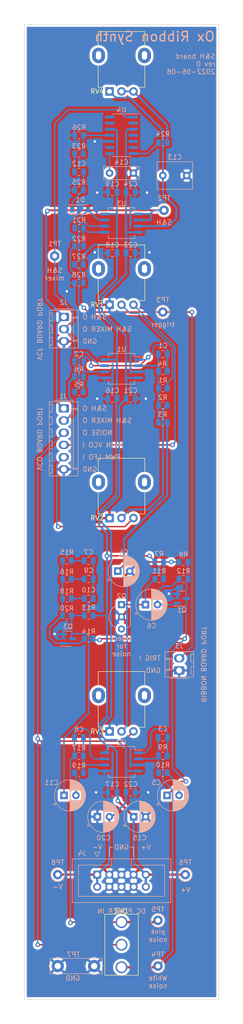
<source format=kicad_pcb>
(kicad_pcb (version 20211014) (generator pcbnew)
  (layers (0 "F.Cu" signal) (31 "B.Cu" signal) (34 "B.Paste" user) (35 "F.Paste" user) (36 "B.SilkS" user "B.Silkscreen") (37 "F.SilkS" user "F.Silkscreen") (38 "B.Mask" user) (39 "F.Mask" user) (44 "Edge.Cuts" user))
  (net 0 "")
  (net 1 "Net-(C1-Pad1)")
  (net 2 "Net-(C1-Pad2)")
  (net 3 "Net-(C2-Pad1)")
  (net 4 "/S&H_MIXER")
  (net 5 "Net-(C3-Pad1)")
  (net 6 "Net-(C3-Pad2)")
  (net 7 "Net-(C4-Pad1)")
  (net 8 "GND")
  (net 9 "Net-(C5-Pad1)")
  (net 10 "Net-(C5-Pad2)")
  (net 11 "Net-(C6-Pad1)")
  (net 12 "Net-(C6-Pad2)")
  (net 13 "Net-(C7-Pad1)")
  (net 14 "Net-(C10-Pad2)")
  (net 15 "Net-(C8-Pad1)")
  (net 16 "Net-(C8-Pad2)")
  (net 17 "Net-(C9-Pad1)")
  (net 18 "Net-(C10-Pad1)")
  (net 19 "Net-(C11-Pad2)")
  (net 20 "Net-(C12-Pad1)")
  (net 21 "Net-(C12-Pad2)")
  (net 22 "Net-(C13-Pad1)")
  (net 23 "Net-(C14-Pad1)")
  (net 24 "+15V")
  (net 25 "-15V")
  (net 26 "/S&H")
  (net 27 "/noise_generator/NOISE_OUT")
  (net 28 "/s&h_mixer/MAIN_VCO")
  (net 29 "/s&h_mixer/PWM_LFO")
  (net 30 "/sample_and_hold/TRIGGER_IN")
  (net 32 "Net-(Q3-Pad1)")
  (net 33 "Net-(R1-Pad1)")
  (net 34 "Net-(R2-Pad1)")
  (net 35 "Net-(R3-Pad1)")
  (net 36 "Net-(R21-Pad1)")
  (net 37 "Net-(R23-Pad2)")
  (net 38 "Net-(R24-Pad1)")
  (net 39 "Net-(R24-Pad2)")
  (net 40 "Net-(R27-Pad2)")
  (net 48 "Net-(D1-Pad2)")
  (footprint "Potentiometer_THT:Potentiometer_Alpha_RD901F-40-00D_Single_Vertical" (layer "F.Cu") (at 116.88 165.1 90)
    (fp_text reference "RV3")
    (fp_text value "100k")
  )
  (footprint "custom_footprints:SPDT_mini_toggle" (layer "F.Cu") (at 119.38 209.55 180)
    (fp_text reference "SW1")
    (fp_text value "SW_SPDT")
  )
  (footprint "Potentiometer_THT:Potentiometer_Alpha_RD901F-40-00D_Single_Vertical" (layer "F.Cu") (at 116.88 76.2 90)
    (fp_text reference "RV1")
    (fp_text value "100k")
  )
  (footprint "Potentiometer_THT:Potentiometer_Alpha_RD901F-40-00D_Single_Vertical" (layer "F.Cu") (at 116.88 120.65 90)
    (fp_text reference "RV2")
    (fp_text value "100k")
  )
  (footprint "Potentiometer_THT:Potentiometer_Alpha_RD901F-40-00D_Single_Vertical" (layer "F.Cu") (at 116.88 31.75 90)
    (fp_text reference "RV4")
    (fp_text value "1M")
  )
  (footprint "Resistor_SMD:R_0805_2012Metric" (layer "B.Cu") (at 128.016 93.599 180)
    (fp_text reference "R1")
    (fp_text value "100k")
  )
  (footprint "Resistor_SMD:R_0805_2012Metric" (layer "B.Cu") (at 127.254 129.794)
    (fp_text reference "R7")
    (fp_text value "22")
  )
  (footprint "Package_SO:SO-8_5.3x6.2mm_P1.27mm" (layer "B.Cu") (at 119.38 171.45 180)
    (fp_text reference "U2")
    (fp_text value "TL072")
  )
  (footprint "Resistor_SMD:R_0805_2012Metric" (layer "B.Cu") (at 128.016 90.043)
    (fp_text reference "R4")
    (fp_text value "100k")
  )
  (footprint "Package_TO_SOT_SMD:SOT-23" (layer "B.Cu") (at 131.974 137.414)
    (fp_text reference "Q1")
    (fp_text value "MMBT3904")
  )
  (footprint "Resistor_SMD:R_0805_2012Metric" (layer "B.Cu") (at 107.95 133.35)
    (fp_text reference "R16")
    (fp_text value "100k")
  )
  (footprint "Capacitor_SMD:C_0805_2012Metric" (layer "B.Cu") (at 128.016 86.487)
    (fp_text reference "C1")
    (fp_text value "100p")
  )
  (footprint "Capacitor_THT:CP_Radial_D6.3mm_P2.50mm" (layer "B.Cu") (at 128.905 178.435)
    (fp_text reference "C5")
    (fp_text value "10u")
  )
  (footprint "Capacitor_THT:C_Rect_L7.2mm_W2.5mm_P5.00mm_FKS2_FKP2_MKS2_MKP2" (layer "B.Cu") (at 116.88 48.768)
    (fp_text reference "C14")
    (fp_text value "2n2")
  )
  (footprint "Resistor_SMD:R_0805_2012Metric" (layer "B.Cu") (at 110.49 60.198 180)
    (fp_text reference "R21")
    (fp_text value "100k")
  )
  (footprint "Capacitor_THT:CP_Radial_D6.3mm_P2.50mm" (layer "B.Cu") (at 118.599621 131.699)
    (fp_text reference "C4")
    (fp_text value "47u")
  )
  (footprint "Resistor_SMD:R_0805_2012Metric" (layer "B.Cu") (at 112.522 145.796 180)
    (fp_text reference "R14")
    (fp_text value "82k")
  )
  (footprint "Capacitor_SMD:C_0805_2012Metric" (layer "B.Cu") (at 110.49 88.011 180)
    (fp_text reference "C2")
    (fp_text value "100p")
  )
  (footprint "Capacitor_THT:CP_Radial_D6.3mm_P2.50mm" (layer "B.Cu") (at 114.34 182.88)
    (fp_text reference "C20")
    (fp_text value "10u")
  )
  (footprint "Resistor_SMD:R_0805_2012Metric" (layer "B.Cu") (at 110.49 52.324 180)
    (fp_text reference "R25")
    (fp_text value "10k")
  )
  (footprint "Package_SO:SO-8_5.3x6.2mm_P1.27mm" (layer "B.Cu") (at 119.38 59.182 180)
    (fp_text reference "U3")
    (fp_text value "TL072")
  )
  (footprint "TestPoint:TestPoint_Keystone_5000-5004_Miniature" (layer "B.Cu") (at 132.715 194.945)
    (fp_text reference "TP6")
    (fp_text value "V+")
  )
  (footprint "Package_SO:SO-8_5.3x6.2mm_P1.27mm" (layer "B.Cu") (at 119.38 89.535 180)
    (fp_text reference "U1")
    (fp_text value "TL072")
  )
  (footprint "Resistor_SMD:R_0805_2012Metric" (layer "B.Cu") (at 128.016 100.711 180)
    (fp_text reference "R3")
    (fp_text value "100k")
  )
  (footprint "Capacitor_THT:CP_Radial_D6.3mm_P2.50mm" (layer "B.Cu") (at 124.394 138.684)
    (fp_text reference "C6")
    (fp_text value "47u")
  )
  (footprint "Connector_Molex:Molex_KK-254_AE-6410-02A_1x02_P2.54mm_Vertical" (layer "B.Cu") (at 131.445 152.4 90)
    (fp_text reference "J3")
    (fp_text value "ribbon_port")
  )
  (footprint "Resistor_SMD:R_0805_2012Metric" (layer "B.Cu") (at 127.254 133.35 180)
    (fp_text reference "R11")
    (fp_text value "47k")
  )
  (footprint "Capacitor_SMD:C_0805_2012Metric" (layer "B.Cu") (at 112.522 133.35)
    (fp_text reference "C9")
    (fp_text value "3n3")
  )
  (footprint "Capacitor_SMD:C_0805_2012Metric" (layer "B.Cu") (at 128.016 166.37)
    (fp_text reference "C3")
    (fp_text value "10p")
  )
  (footprint "Capacitor_SMD:C_0805_2012Metric" (layer "B.Cu") (at 121.285 95.758 180)
    (fp_text reference "C21")
    (fp_text value "100n")
  )
  (footprint "Resistor_SMD:R_0805_2012Metric" (layer "B.Cu") (at 110.49 64.008)
    (fp_text reference "R22")
    (fp_text value "10k")
  )
  (footprint "Resistor_SMD:R_0805_2012Metric" (layer "B.Cu") (at 107.95 137.414)
    (fp_text reference "R18")
    (fp_text value "390k")
  )
  (footprint "Capacitor_SMD:C_0805_2012Metric" (layer "B.Cu") (at 117.475 95.758 180)
    (fp_text reference "C16")
    (fp_text value "100n")
  )
  (footprint "Capacitor_SMD:C_0805_2012Metric" (layer "B.Cu") (at 112.522 129.54)
    (fp_text reference "C7")
    (fp_text value "1n")
  )
  (footprint "TestPoint:TestPoint_Bridge_Pitch7.62mm_Drill1.3mm" (layer "B.Cu") (at 106.045 213.995)
    (fp_text reference "TP7")
    (fp_text value "GND")
  )
  (footprint "Resistor_SMD:R_0805_2012Metric" (layer "B.Cu") (at 110.49 91.186 180)
    (fp_text reference "R6")
    (fp_text value "100k")
  )
  (footprint "Capacitor_SMD:C_0805_2012Metric" (layer "B.Cu") (at 121.285 177.8 180)
    (fp_text reference "C22")
    (fp_text value "100n")
  )
  (footprint "Resistor_SMD:R_0805_2012Metric" (layer "B.Cu") (at 107.95 140.97)
    (fp_text reference "R20")
    (fp_text value "1M")
  )
  (footprint "Resistor_SMD:R_0805_2012Metric" (layer "B.Cu") (at 132.334 129.794)
    (fp_text reference "R8")
    (fp_text value "10k")
  )
  (footprint "Resistor_SMD:R_0805_2012Metric" (layer "B.Cu") (at 112.522 140.97 180)
    (fp_text reference "R13")
    (fp_text value "3k9")
  )
  (footprint "Connector_Molex:Molex_KK-254_AE-6410-06A_1x06_P2.54mm_Vertical" (layer "B.Cu") (at 107.315 97.79 -90)
    (fp_text reference "J1")
    (fp_text value "VCO_port")
  )
  (footprint "Connector_Molex:Molex_KK-254_AE-6410-03A_1x03_P2.54mm_Vertical" (layer "B.Cu") (at 107.335 78.74 -90)
    (fp_text reference "J2")
    (fp_text value "VCF_port")
  )
  (footprint "Resistor_SMD:R_0805_2012Metric" (layer "B.Cu") (at 107.95 129.54)
    (fp_text reference "R15")
    (fp_text value "18k")
  )
  (footprint "Resistor_SMD:R_0805_2012Metric" (layer "B.Cu") (at 110.49 173.736)
    (fp_text reference "R19")
    (fp_text value "10k")
  )
  (footprint "Resistor_SMD:R_0805_2012Metric" (layer "B.Cu") (at 110.49 170.18 180)
    (fp_text reference "R17")
    (fp_text value "470k")
  )
  (footprint "TestPoint:TestPoint_Keystone_5000-5004_Miniature" (layer "B.Cu") (at 128.016 77.724)
    (fp_text reference "TP3")
    (fp_text value "trigger")
  )
  (footprint "Capacitor_SMD:C_0805_2012Metric" (layer "B.Cu") (at 117.475 177.8 180)
    (fp_text reference "C17")
    (fp_text value "100n")
  )
  (footprint "Capacitor_SMD:C_0805_2012Metric" (layer "B.Cu") (at 117.475 52.705 180)
    (fp_text reference "C19")
    (fp_text value "100n")
  )
  (footprint "Capacitor_THT:CP_Radial_D6.3mm_P2.50mm" (layer "B.Cu") (at 121.92 182.88)
    (fp_text reference "C15")
    (fp_text value "10u")
  )
  (footprint "Package_TO_SOT_SMD:SOT-23" (layer "B.Cu") (at 108.204 145.796)
    (fp_text reference "Q3")
    (fp_text value "MMBT3904")
  )
  (footprint "TestPoint:TestPoint_Keystone_5000-5004_Miniature" (layer "B.Cu") (at 105.41 66.04)
    (fp_text reference "TP1")
    (fp_text value "S&H mixer")
  )
  (footprint "TestPoint:TestPoint_Keystone_5000-5004_Miniature" (layer "B.Cu") (at 127 204.47)
    (fp_text reference "TP5")
    (fp_text value "pink noise")
  )
  (footprint "TestPoint:TestPoint_Keystone_5000-5004_Miniature" (layer "B.Cu") (at 106.045 194.945)
    (fp_text reference "TP8")
    (fp_text value "V-")
  )
  (footprint "Resistor_SMD:R_0805_2012Metric" (layer "B.Cu") (at 128.016 42.418)
    (fp_text reference "R24")
    (fp_text value "150")
  )
  (footprint "Resistor_SMD:R_0805_2012Metric" (layer "B.Cu") (at 132.334 133.35 180)
    (fp_text reference "R12")
    (fp_text value "150k")
  )
  (footprint "Resistor_SMD:R_0805_2012Metric" (layer "B.Cu") (at 110.49 67.818 180)
    (fp_text reference "R27")
    (fp_text value "100k")
  )
  (footprint "Capacitor_THT:CP_Radial_D6.3mm_P2.50mm" (layer "B.Cu") (at 107.355 178.435)
    (fp_text reference "C11")
    (fp_text value "10u")
  )
  (footprint "TestPoint:TestPoint_Keystone_5000-5004_Miniature" (layer "B.Cu") (at 127 213.995)
    (fp_text reference "TP4")
    (fp_text value "white noise")
  )
  (footprint "Capacitor_SMD:C_0805_2012Metric" (layer "B.Cu") (at 110.49 48.514 180)
    (fp_text reference "C12")
    (fp_text value "2n2")
  )
  (footprint "Connector_IDC:IDC-Header_2x05_P2.54mm_Vertical" (layer "B.Cu") (at 114.3 194.945 -90)
    (fp_text reference "J4")
    (fp_text value "power_entry")
  )
  (footprint "Resistor_SMD:R_0805_2012Metric" (layer "B.Cu") (at 110.49 71.628 180)
    (fp_text reference "R28")
    (fp_text value "10k")
  )
  (footprint "Capacitor_THT:C_Rect_L7.2mm_W5.5mm_P5.00mm_FKS2_FKP2_MKS2_MKP2" (layer "B.Cu") (at 128.016 49.276)
    (fp_text reference "C13")
    (fp_text value "470n")
  )
  (footprint "Resistor_SMD:R_0805_2012Metric" (layer "B.Cu") (at 110.49 94.361)
    (fp_text reference "R5")
    (fp_text value "100k")
  )
  (footprint "Capacitor_SMD:C_0805_2012Metric" (layer "B.Cu") (at 117.475 65.405 180)
    (fp_text reference "C18")
    (fp_text value "100n")
  )
  (footprint "Capacitor_SMD:C_0805_2012Metric" (layer "B.Cu") (at 121.285 65.405 180)
    (fp_text reference "C23")
    (fp_text value "100n")
  )
  (footprint "Resistor_SMD:R_0805_2012Metric" (layer "B.Cu") (at 110.49 44.704)
    (fp_text reference "R23")
    (fp_text value "5k6")
  )
  (footprint "Capacitor_SMD:C_0805_2012Metric" (layer "B.Cu") (at 112.522 137.414)
    (fp_text reference "C10")
    (fp_text value "47n")
  )
  (footprint "Capacitor_SMD:C_0805_2012Metric" (layer "B.Cu") (at 121.285 52.705 180)
    (fp_text reference "C24")
    (fp_text value "100n")
  )
  (footprint "Resistor_SMD:R_0805_2012Metric" (layer "B.Cu") (at 128.016 173.736 180)
    (fp_text reference "R10")
    (fp_text value "33k")
  )
  (footprint "Capacitor_SMD:C_0805_2012Metric" (layer "B.Cu") (at 110.49 166.37 180)
    (fp_text reference "C8")
    (fp_text value "10p")
  )
  (footprint "Resistor_SMD:R_0805_2012Metric" (layer "B.Cu") (at 128.016 170.18)
    (fp_text reference "R9")
    (fp_text value "220k")
  )
  (footprint "Package_SO:SOIC-14_3.9x8.7mm_P1.27mm" (layer "B.Cu") (at 119.38 40.894 180)
    (fp_text reference "U4")
    (fp_text value "LF398_SOIC14")
  )
  (footprint "Resistor_SMD:R_0805_2012Metric" (layer "B.Cu") (at 110.49 40.894 180)
    (fp_text reference "R26")
    (fp_text value "1k8")
  )
  (footprint "Package_TO_SOT_THT:TO-92_Inline_Wide" (layer "B.Cu") (at 119.38 138.684 -90)
    (fp_text reference "Q2")
    (fp_text value "2N3904")
  )
  (footprint "Diode_SMD:D_SOD-123" (layer "B.Cu") (at 110.744 56.388)
    (fp_text reference "D1")
    (fp_text value "1N4148W")
  )
  (footprint "Resistor_SMD:R_0805_2012Metric" (layer "B.Cu") (at 128.016 97.155 180)
    (fp_text reference "R2")
    (fp_text value "100k")
  )
  (footprint "TestPoint:TestPoint_Keystone_5000-5004_Miniature" (layer "B.Cu") (at 128.27 56.515)
    (fp_text reference "TP2")
    (fp_text value "S&H")
  )
  (gr_line (start 117.475 189.23) (end 116.84 189.23) (layer "B.SilkS") (width 0.15))
  (gr_line (start 121.92 189.23) (end 121.92 191.135) (layer "B.SilkS") (width 0.15))
  (gr_line (start 121.285 189.23) (end 121.92 189.23) (layer "B.SilkS") (width 0.15))
  (gr_line (start 116.84 189.23) (end 116.84 191.135) (layer "B.SilkS") (width 0.15))
  (gr_line (start 99.06 220.98) (end 139.7 220.98) (layer "Edge.Cuts") (width 0.1))
  (gr_line (start 139.7 17.78) (end 99.06 17.78) (layer "Edge.Cuts") (width 0.1))
  (gr_line (start 139.7 220.98) (end 139.7 17.78) (layer "Edge.Cuts") (width 0.1))
  (gr_line (start 99.06 17.78) (end 99.06 220.98) (layer "Edge.Cuts") (width 0.1))
  (gr_text "White\nnoise" (at 127 217.297) (layer "B.SilkS") (effects (font (size 1 1)) (justify mirror)))
  (gr_text "S&H\nmixer" (at 105.41 69.85) (layer "B.SilkS") (effects (font (size 1 1)) (justify mirror)))
  (gr_text "GND" (at 109.22 216.535) (layer "B.SilkS") (effects (font (size 1 1)) (justify mirror)))
  (gr_text "PWM LFO I" (at 111.125 107.95) (layer "B.SilkS") (effects (font (size 1 1)) (justify right mirror)))
  (gr_text "NOISE O" (at 111.125 102.87) (layer "B.SilkS") (effects (font (size 1 1)) (justify right mirror)))
  (gr_text "V+" (at 132.715 198.12) (layer "B.SilkS") (effects (font (size 1 1)) (justify mirror)))
  (gr_text "S&H O" (at 111.125 78.74) (layer "B.SilkS") (effects (font (size 1 1)) (justify right mirror)))
  (gr_text "VCF BOARD PORT" (at 102.235 81.28 270) (layer "B.SilkS") (effects (font (size 1 1)) (justify mirror)))
  (gr_text "S&H MIXER O" (at 111.125 100.33) (layer "B.SilkS") (effects (font (size 1 1)) (justify right mirror)))
  (gr_text "S&H O" (at 111.125 97.79) (layer "B.SilkS") (effects (font (size 1 1)) (justify right mirror)))
  (gr_text "select\nfor\nnoise" (at 119.38 147.32) (layer "B.SilkS") (effects (font (size 1 1)) (justify mirror)))
  (gr_text "S&H MIXER O" (at 111.125 81.28) (layer "B.SilkS") (effects (font (size 1 1)) (justify right mirror)))
  (gr_text "pink\nnoise" (at 127 207.645) (layer "B.SilkS") (effects (font (size 1 1)) (justify mirror)))
  (gr_text "DC POWER IN" (at 119.38 202.565) (layer "B.SilkS") (effects (font (size 1 1)) (justify mirror)))
  (gr_text "GND" (at 111.125 110.49) (layer "B.SilkS") (effects (font (size 1 1)) (justify right mirror)))
  (gr_text "trigger" (at 128.016 80.264) (layer "B.SilkS") (effects (font (size 1 1)) (justify mirror)))
  (gr_text "S&H" (at 128.27 59.055) (layer "B.SilkS") (effects (font (size 1 1)) (justify mirror)))
  (gr_text "MAIN VCO I" (at 111.125 105.41) (layer "B.SilkS") (effects (font (size 1 1)) (justify right mirror)))
  (gr_text "V-" (at 106.045 197.485) (layer "B.SilkS") (effects (font (size 1 1)) (justify mirror)))
  (gr_text "RIBBON BOARD PORT" (at 136.525 151.13 270) (layer "B.SilkS") (effects (font (size 1 1)) (justify mirror)))
  (gr_text "V-" (at 114.3 189.23) (layer "B.SilkS") (effects (font (size 1 1)) (justify mirror)))
  (gr_text "GND" (at 119.38 189.23) (layer "B.SilkS") (effects (font (size 1 1)) (justify mirror)))
  (gr_text "GND" (at 127.635 152.4) (layer "B.SilkS") (effects (font (size 1 1)) (justify left mirror)))
  (gr_text "Ox Ribbon Synth" (at 139.065 20.32) (layer "B.SilkS") (effects (font (size 2 2) (thickness 0.3)) (justify left mirror)))
  (gr_text "GND" (at 111.125 83.82) (layer "B.SilkS") (effects (font (size 1 1)) (justify right mirror)))
  (gr_text "TRIG I" (at 127.635 149.86) (layer "B.SilkS") (effects (font (size 1 1)) (justify left mirror)))
  (gr_text "S&H board\nrev 0\n2022-06-08" (at 139.065 26.035) (layer "B.SilkS") (effects (font (size 1 1)) (justify left mirror)))
  (gr_text "VCO BOARD PORT" (at 102.235 104.14 270) (layer "B.SilkS") (effects (font (size 1 1)) (justify mirror)))
  (gr_text "V+" (at 124.46 189.23) (layer "B.SilkS") (effects (font (size 1 1)) (justify mirror)))
  (segment (start 127.066 86.487) (end 127.066 89.22) (width 0.3) (layer "B.Cu") (net 1))
  (segment (start 127.066 89.22) (end 127.066 100.6735) (width 0.3) (layer "B.Cu") (net 1))
  (segment (start 126.746 88.9) (end 127.066 89.22) (width 0.3) (layer "B.Cu") (net 1))
  (segment (start 122.88 88.9) (end 126.746 88.9) (width 0.3) (layer "B.Cu") (net 1))
  (segment (start 127.066 100.6735) (end 127.1035 100.711) (width 0.3) (layer "B.Cu") (net 1))
  (segment (start 113.03 88.9) (end 123.19 88.9) (width 0.3) (layer "F.Cu") (net 2))
  (segment (start 123.19 88.9) (end 124.968 87.122) (width 0.3) (layer "F.Cu") (net 2))
  (via (at 124.968 87.122) (size 1) (drill 0.5) (layers "F.Cu" "B.Cu") (net 2))
  (via (at 113.03 88.9) (size 1) (drill 0.5) (layers "F.Cu" "B.Cu") (net 2))
  (segment (start 125.984 85.09) (end 126.492 84.582) (width 0.3) (layer "B.Cu") (net 2))
  (segment (start 125.984 86.106) (end 125.984 85.09) (width 0.3) (layer "B.Cu") (net 2))
  (segment (start 110.49 87.388151) (end 110.941671 86.93648) (width 0.3) (layer "B.Cu") (net 2))
  (segment (start 111.938329 86.93648) (end 113.03 88.028151) (width 0.3) (layer "B.Cu") (net 2))
  (segment (start 126.492 84.582) (end 127.927433 84.582) (width 0.3) (layer "B.Cu") (net 2))
  (segment (start 109.5775 94.361) (end 110.49 93.4485) (width 0.3) (layer "B.Cu") (net 2))
  (segment (start 110.49 93.4485) (end 110.49 87.388151) (width 0.3) (layer "B.Cu") (net 2))
  (segment (start 127.927433 84.582) (end 128.966 85.620567) (width 0.3) (layer "B.Cu") (net 2))
  (segment (start 124.46 87.63) (end 125.984 86.106) (width 0.3) (layer "B.Cu") (net 2))
  (segment (start 128.966 85.620567) (end 128.966 86.487) (width 0.3) (layer "B.Cu") (net 2))
  (segment (start 113.03 88.028151) (end 113.03 88.9) (width 0.3) (layer "B.Cu") (net 2))
  (segment (start 110.941671 86.93648) (end 111.938329 86.93648) (width 0.3) (layer "B.Cu") (net 2))
  (segment (start 122.88 87.63) (end 124.46 87.63) (width 0.3) (layer "B.Cu") (net 2))
  (segment (start 128.966 86.487) (end 128.966 90.0055) (width 0.3) (layer "B.Cu") (net 2))
  (segment (start 128.966 90.0055) (end 128.9285 90.043) (width 0.3) (layer "B.Cu") (net 2))
  (segment (start 115.88 90.17) (end 111.76 90.17) (width 0.3) (layer "B.Cu") (net 3))
  (segment (start 111.44 88.011) (end 111.44 89.85) (width 0.3) (layer "B.Cu") (net 3))
  (segment (start 111.44 89.85) (end 111.44 94.3235) (width 0.3) (layer "B.Cu") (net 3))
  (segment (start 111.44 94.3235) (end 111.4025 94.361) (width 0.3) (layer "B.Cu") (net 3))
  (segment (start 111.76 90.17) (end 111.44 89.85) (width 0.3) (layer "B.Cu") (net 3))
  (segment (start 109.22 79.395) (end 109.22 77.724) (width 0.3) (layer "B.Cu") (net 4))
  (segment (start 109.54 83.485) (end 107.335 81.28) (width 0.3) (layer "B.Cu") (net 4))
  (segment (start 109.54 88.011) (end 109.54 83.485) (width 0.3) (layer "B.Cu") (net 4))
  (segment (start 105.41 73.914) (end 105.41 66.04) (width 0.3) (layer "B.Cu") (net 4))
  (segment (start 107.335 81.28) (end 109.22 79.395) (width 0.3) (layer "B.Cu") (net 4))
  (segment (start 120.142 37.084) (end 121.855 37.084) (width 0.3) (layer "B.Cu") (net 4))
  (segment (start 112.014 86.106) (end 109.54 86.106) (width 0.3) (layer "B.Cu") (net 4))
  (segment (start 109.54 86.106) (end 109.54 88.011) (width 0.3) (layer "B.Cu") (net 4))
  (segment (start 107.315 100.33) (end 107.696 100.33) (width 0.4) (layer "B.Cu") (net 4))
  (segment (start 108.204 35.56) (end 118.618 35.56) (width 0.3) (layer "B.Cu") (net 4))
  (segment (start 114.808 88.9) (end 112.014 86.106) (width 0.3) (layer "B.Cu") (net 4))
  (segment (start 107.696 100.33) (end 109.22 98.806) (width 0.4) (layer "B.Cu") (net 4))
  (segment (start 108.458 95.442279) (end 108.458 92.3055) (width 0.4) (layer "B.Cu") (net 4))
  (segment (start 109.22 77.724) (end 105.41 73.914) (width 0.3) (layer "B.Cu") (net 4))
  (segment (start 109.22 96.204279) (end 108.458 95.442279) (width 0.4) (layer "B.Cu") (net 4))
  (segment (start 108.458 92.3055) (end 109.5775 91.186) (width 0.4) (layer "B.Cu") (net 4))
  (segment (start 109.54 91.1485) (end 109.5775 91.186) (width 0.3) (layer "B.Cu") (net 4))
  (segment (start 115.88 88.9) (end 114.808 88.9) (width 0.3) (layer "B.Cu") (net 4))
  (segment (start 118.618 35.56) (end 120.142 37.084) (width 0.3) (layer "B.Cu") (net 4))
  (segment (start 109.22 98.806) (end 109.22 96.204279) (width 0.4) (layer "B.Cu") (net 4))
  (segment (start 105.41 66.04) (end 105.41 38.354) (width 0.3) (layer "B.Cu") (net 4))
  (segment (start 105.41 38.354) (end 108.204 35.56) (width 0.3) (layer "B.Cu") (net 4))
  (segment (start 109.54 88.011) (end 109.54 91.1485) (width 0.3) (layer "B.Cu") (net 4))
  (segment (start 127.066 166.37) (end 127.066 173.6985) (width 0.3) (layer "B.Cu") (net 5))
  (segment (start 126.4685 170.815) (end 127.1035 170.18) (width 0.3) (layer "B.Cu") (net 5))
  (segment (start 127.066 173.6985) (end 127.1035 173.736) (width 0.3) (layer "B.Cu") (net 5))
  (segment (start 122.88 170.815) (end 126.4685 170.815) (width 0.3) (layer "B.Cu") (net 5))
  (segment (start 119.38 214.25) (end 126.745 214.25) (width 0.5) (layer "F.Cu") (net 6))
  (segment (start 126.745 214.25) (end 127 213.995) (width 0.5) (layer "F.Cu") (net 6))
  (segment (start 125.476 168.402) (end 125.476 165.354) (width 0.3) (layer "B.Cu") (net 6))
  (segment (start 128.9285 170.18) (end 128.016 171.0925) (width 0.3) (layer "B.Cu") (net 6))
  (segment (start 124.333 169.545) (end 125.476 168.402) (width 0.3) (layer "B.Cu") (net 6))
  (segment (start 128.524 164.592) (end 128.966 165.034) (width 0.3) (layer "B.Cu") (net 6))
  (segment (start 126.238 164.592) (end 128.524 164.592) (width 0.3) (layer "B.Cu") (net 6))
  (segment (start 130.054511 177.285489) (end 130.054511 210.940489) (width 0.3) (layer "B.Cu") (net 6))
  (segment (start 128.016 175.246978) (end 130.054511 177.285489) (width 0.3) (layer "B.Cu") (net 6))
  (segment (start 128.966 166.37) (end 128.966 170.1425) (width 0.3) (layer "B.Cu") (net 6))
  (segment (start 128.966 170.1425) (end 128.9285 170.18) (width 0.3) (layer "B.Cu") (net 6))
  (segment (start 130.054511 210.940489) (end 127 213.995) (width 0.3) (layer "B.Cu") (net 6))
  (segment (start 125.476 165.354) (end 126.238 164.592) (width 0.3) (layer "B.Cu") (net 6))
  (segment (start 128.966 165.034) (end 128.966 166.37) (width 0.3) (layer "B.Cu") (net 6))
  (segment (start 128.016 171.0925) (end 128.016 175.246978) (width 0.3) (layer "B.Cu") (net 6))
  (segment (start 122.88 169.545) (end 124.333 169.545) (width 0.3) (layer "B.Cu") (net 6))
  (segment (start 120.504621 129.794) (end 129.794 129.794) (width 0.3) (layer "F.Cu") (net 7))
  (segment (start 118.599621 131.699) (end 120.504621 129.794) (width 0.3) (layer "F.Cu") (net 7))
  (via (at 129.794 129.794) (size 1) (drill 0.5) (layers "F.Cu" "B.Cu") (net 7))
  (segment (start 128.1665 133.35) (end 128.1665 129.794) (width 0.3) (layer "B.Cu") (net 7))
  (segment (start 131.4215 129.794) (end 129.794 129.794) (width 0.3) (layer "B.Cu") (net 7))
  (segment (start 129.794 129.794) (end 128.1665 129.794) (width 0.3) (layer "B.Cu") (net 7))
  (via (at 124.968 177.8) (size 1) (drill 0.5) (layers "F.Cu" "B.Cu") (net 8))
  (via (at 107.95 73.406) (size 1) (drill 0.5) (layers "F.Cu" "B.Cu") (net 8))
  (via (at 113.792 65.278) (size 1) (drill 0.5) (layers "F.Cu" "B.Cu") (net 8))
  (via (at 129.286 136.398) (size 1) (drill 0.5) (layers "F.Cu" "B.Cu") (net 8))
  (via (at 124.714 52.832) (size 1) (drill 0.5) (layers "F.Cu" "B.Cu") (net 8))
  (via (at 114.3 52.832) (size 1) (drill 0.5) (layers "F.Cu" "B.Cu") (net 8))
  (via (at 114.3 95.758) (size 1) (drill 0.5) (layers "F.Cu" "B.Cu") (net 8))
  (via (at 114.046 177.8) (size 1) (drill 0.5) (layers "F.Cu" "B.Cu") (net 8))
  (via (at 113.792 42.164) (size 1) (drill 0.5) (layers "F.Cu" "B.Cu") (net 8))
  (via (at 105.41 144.78) (size 1) (drill 0.5) (layers "F.Cu" "B.Cu") (net 8))
  (via (at 124.46 95.758) (size 1) (drill 0.5) (layers "F.Cu" "B.Cu") (net 8))
  (via (at 125.222 65.278) (size 1) (drill 0.5) (layers "F.Cu" "B.Cu") (net 8))
  (segment (start 132.842 175.514) (end 131.826 175.514) (width 0.3) (layer "F.Cu") (net 9))
  (segment (start 132.588 145.796) (end 115.062 145.796) (width 0.3) (layer "F.Cu") (net 9))
  (segment (start 131.826 175.514) (end 128.905 178.435) (width 0.3) (layer "F.Cu") (net 9))
  (segment (start 115.062 145.796) (end 114.808 146.05) (width 0.3) (layer "F.Cu") (net 9))
  (via (at 132.842 175.514) (size 1) (drill 0.5) (layers "F.Cu" "B.Cu") (net 9))
  (via (at 132.588 145.796) (size 1) (drill 0.5) (layers "F.Cu" "B.Cu") (net 9))
  (via (at 114.808 146.05) (size 1) (drill 0.5) (layers "F.Cu" "B.Cu") (net 9))
  (segment (start 132.588 145.796) (end 130.00048 148.38352) (width 0.3) (layer "B.Cu") (net 9))
  (segment (start 130.00048 148.38352) (end 130.00048 172.67248) (width 0.3) (layer "B.Cu") (net 9))
  (segment (start 132.9115 133.685) (end 133.2465 133.35) (width 0.3) (layer "B.Cu") (net 9))
  (segment (start 130.00048 172.67248) (end 132.842 175.514) (width 0.3) (layer "B.Cu") (net 9))
  (segment (start 132.9115 137.414) (end 132.9115 145.4725) (width 0.3) (layer "B.Cu") (net 9))
  (segment (start 132.9115 137.414) (end 132.9115 133.685) (width 0.3) (layer "B.Cu") (net 9))
  (segment (start 113.6885 146.05) (end 113.4345 145.796) (width 0.3) (layer "B.Cu") (net 9))
  (segment (start 132.9115 145.4725) (end 132.588 145.796) (width 0.3) (layer "B.Cu") (net 9))
  (segment (start 114.808 146.05) (end 113.6885 146.05) (width 0.3) (layer "B.Cu") (net 9))
  (segment (start 133.2465 133.35) (end 133.2465 129.794) (width 0.3) (layer "B.Cu") (net 9))
  (segment (start 131.405 178.435) (end 131.405 176.2125) (width 0.3) (layer "B.Cu") (net 10))
  (segment (start 131.405 176.2125) (end 128.9285 173.736) (width 0.3) (layer "B.Cu") (net 10))
  (segment (start 119.38 138.684) (end 124.394 138.684) (width 0.3) (layer "F.Cu") (net 11))
  (segment (start 124.394 135.2975) (end 124.394 138.684) (width 0.3) (layer "B.Cu") (net 11))
  (segment (start 126.3415 133.35) (end 124.394 135.2975) (width 0.3) (layer "B.Cu") (net 11))
  (segment (start 129.94948 134.82202) (end 128.06798 134.82202) (width 0.3) (layer "B.Cu") (net 12))
  (segment (start 131.0365 138.364) (end 130.7165 138.684) (width 0.3) (layer "B.Cu") (net 12))
  (segment (start 128.06798 134.82202) (end 126.894 135.996) (width 0.3) (layer "B.Cu") (net 12))
  (segment (start 126.894 135.996) (end 126.894 138.684) (width 0.3) (layer "B.Cu") (net 12))
  (segment (start 131.4215 133.35) (end 129.94948 134.82202) (width 0.3) (layer "B.Cu") (net 12))
  (segment (start 130.7165 138.684) (end 126.894 138.684) (width 0.3) (layer "B.Cu") (net 12))
  (segment (start 111.572 129.54) (end 108.8625 129.54) (width 0.3) (layer "B.Cu") (net 13))
  (segment (start 112.522 145.148151) (end 112.120329 144.74648) (width 0.3) (layer "B.Cu") (net 14))
  (segment (start 107.355 178.435) (end 107.355 166.457) (width 0.3) (layer "B.Cu") (net 14))
  (segment (start 113.472 137.414) (end 113.472 129.54) (width 0.3) (layer "B.Cu") (net 14))
  (segment (start 112.522 161.29) (end 112.522 145.148151) (width 0.3) (layer "B.Cu") (net 14))
  (segment (start 108.966 141.0735) (end 108.966 145.6205) (width 0.3) (layer "B.Cu") (net 14))
  (segment (start 108.966 144.74648) (end 108.966 145.6205) (width 0.3) (layer "B.Cu") (net 14))
  (segment (start 112.120329 144.74648) (end 108.966 144.74648) (width 0.3) (layer "B.Cu") (net 14))
  (segment (start 108.8625 140.97) (end 108.966 141.0735) (width 0.3) (layer "B.Cu") (net 14))
  (segment (start 108.8625 140.97) (end 111.6095 140.97) (width 0.3) (layer "B.Cu") (net 14))
  (segment (start 111.6095 139.2765) (end 113.472 137.414) (width 0.3) (layer "B.Cu") (net 14))
  (segment (start 111.6095 140.97) (end 111.6095 139.2765) (width 0.3) (layer "B.Cu") (net 14))
  (segment (start 107.355 166.457) (end 112.522 161.29) (width 0.3) (layer "B.Cu") (net 14))
  (segment (start 108.966 145.6205) (end 109.1415 145.796) (width 0.3) (layer "B.Cu") (net 14))
  (segment (start 111.44 172.024) (end 111.44 173.6985) (width 0.3) (layer "B.Cu") (net 15))
  (segment (start 111.501 172.085) (end 111.44 172.024) (width 0.3) (layer "B.Cu") (net 15))
  (segment (start 111.44 173.6985) (end 111.4025 173.736) (width 0.3) (layer "B.Cu") (net 15))
  (segment (start 111.44 166.37) (end 111.44 172.024) (width 0.3) (layer "B.Cu") (net 15))
  (segment (start 115.88 172.085) (end 111.501 172.085) (width 0.3) (layer "B.Cu") (net 15))
  (segment (start 108.712 204.978) (end 108.84 204.85) (width 0.3) (layer "F.Cu") (net 16))
  (segment (start 126.62 204.85) (end 127 204.47) (width 0.5) (layer "F.Cu") (net 16))
  (segment (start 108.84 204.85) (end 119.38 204.85) (width 0.3) (layer "F.Cu") (net 16))
  (segment (start 119.38 204.85) (end 126.62 204.85) (width 0.5) (layer "F.Cu") (net 16))
  (via (at 108.712 204.978) (size 1) (drill 0.5) (layers "F.Cu" "B.Cu") (net 16))
  (segment (start 115.88 170.815) (end 113.665 170.815) (width 0.3) (layer "B.Cu") (net 16))
  (segment (start 108.705489 171.052011) (end 108.705489 204.971489) (width 0.3) (layer "B.Cu") (net 16))
  (segment (start 112.014 164.592) (end 109.982 164.592) (width 0.3) (layer "B.Cu") (net 16))
  (segment (start 109.5775 170.18) (end 108.705489 171.052011) (width 0.3) (layer "B.Cu") (net 16))
  (segment (start 109.54 166.37) (end 109.54 170.1425) (width 0.3) (layer "B.Cu") (net 16))
  (segment (start 109.54 165.034) (end 109.54 166.37) (width 0.3) (layer "B.Cu") (net 16))
  (segment (start 113.665 170.815) (end 112.776 169.926) (width 0.3) (layer "B.Cu") (net 16))
  (segment (start 108.705489 204.971489) (end 108.712 204.978) (width 0.3) (layer "B.Cu") (net 16))
  (segment (start 112.776 165.354) (end 112.014 164.592) (width 0.3) (layer "B.Cu") (net 16))
  (segment (start 109.982 164.592) (end 109.54 165.034) (width 0.3) (layer "B.Cu") (net 16))
  (segment (start 109.54 170.1425) (end 109.5775 170.18) (width 0.3) (layer "B.Cu") (net 16))
  (segment (start 112.776 169.926) (end 112.776 165.354) (width 0.3) (layer "B.Cu") (net 16))
  (segment (start 108.8625 133.35) (end 111.572 133.35) (width 0.3) (layer "B.Cu") (net 17))
  (segment (start 108.8625 137.414) (end 111.572 137.414) (width 0.3) (layer "B.Cu") (net 18))
  (segment (start 109.855 178.435) (end 109.855 174.0135) (width 0.3) (layer "B.Cu") (net 19))
  (segment (start 109.855 174.0135) (end 109.5775 173.736) (width 0.3) (layer "B.Cu") (net 19))
  (segment (start 111.44 52.2865) (end 111.4025 52.324) (width 0.3) (layer "B.Cu") (net 20))
  (segment (start 109.094 54.6325) (end 111.4025 52.324) (width 0.3) (layer "B.Cu") (net 20))
  (segment (start 109.094 56.388) (end 109.094 54.6325) (width 0.3) (layer "B.Cu") (net 20))
  (segment (start 111.44 48.514) (end 111.44 52.2865) (width 0.3) (layer "B.Cu") (net 20))
  (segment (start 109.5775 44.704) (end 109.5775 48.4765) (width 0.3) (layer "B.Cu") (net 21))
  (segment (start 109.5775 48.4765) (end 109.54 48.514) (width 0.3) (layer "B.Cu") (net 21))
  (segment (start 116.88 31.75) (end 118.179511 33.049511) (width 0.4) (layer "B.Cu") (net 22))
  (segment (start 121.187511 33.049511) (end 128.01648 39.87848) (width 0.4) (layer "B.Cu") (net 22))
  (segment (start 129.159 59.817) (end 129.032 59.817) (width 0.4) (layer "B.Cu") (net 22))
  (segment (start 128.01648 39.87848) (end 128.01648 53.08648) (width 0.4) (layer "B.Cu") (net 22))
  (segment (start 129.032 59.817) (end 122.88 59.817) (width 0.4) (layer "B.Cu") (net 22))
  (segment (start 130.81 58.166) (end 129.159 59.817) (width 0.4) (layer "B.Cu") (net 22))
  (segment (start 128.01648 53.08648) (end 130.81 55.88) (width 0.4) (layer "B.Cu") (net 22))
  (segment (start 118.179511 33.049511) (end 121.187511 33.049511) (width 0.4) (layer "B.Cu") (net 22))
  (segment (start 130.81 55.88) (end 130.81 58.166) (width 0.4) (layer "B.Cu") (net 22))
  (segment (start 116.905 44.704) (end 116.88 44.729) (width 0.3) (layer "B.Cu") (net 23))
  (segment (start 116.88 44.729) (end 116.88 48.768) (width 0.3) (layer "B.Cu") (net 23))
  (segment (start 116.34704 128.524) (end 116.33952 128.53152) (width 0.3) (layer "F.Cu") (net 24))
  (segment (start 121.92 182.88) (end 118.618 179.578) (width 0.5) (layer "F.Cu") (net 24))
  (segment (start 125.222 128.524) (end 116.34704 128.524) (width 0.3) (layer "F.Cu") (net 24))
  (segment (start 132.715 194.945) (end 124.46 194.945) (width 0.5) (layer "F.Cu") (net 24))
  (via (at 116.33952 128.53152) (size 1) (drill 0.5) (layers "F.Cu" "B.Cu") (net 24))
  (via (at 118.618 179.578) (size 1) (drill 0.5) (layers "F.Cu" "B.Cu") (net 24))
  (via (at 125.222 128.524) (size 1) (drill 0.5) (layers "F.Cu" "B.Cu") (net 24))
  (segment (start 116.332 168.148) (end 114.71649 166.53249) (width 0.4) (layer "B.Cu") (net 24))
  (segment (start 116.332 168.148) (end 116.332 169.093) (width 0.4) (layer "B.Cu") (net 24))
  (segment (start 126.3415 129.6435) (end 125.222 128.524) (width 0.3) (layer "B.Cu") (net 24))
  (segment (start 118.425 169.225) (end 117.348 168.148) (width 0.4) (layer "B.Cu") (net 24))
  (segment (start 116.33952 128.53152) (end 116.33952 123.820867) (width 0.4) (layer "B.Cu") (net 24))
  (segment (start 111.4025 67.818) (end 111.4025 65.8895) (width 0.4) (layer "B.Cu") (net 24))
  (segment (start 118.272489 115.829675) (end 118.272489 95.910511) (width 0.4) (layer "B.Cu") (net 24))
  (segment (start 116.33952 161.958644) (end 116.33952 140.97752) (width 0.4) (layer "B.Cu") (net 24))
  (segment (start 118.425 52.705) (end 118.425 39.939) (width 0.4) (layer "B.Cu") (net 24))
  (segment (start 117.348 168.148) (end 116.332 168.148) (width 0.4) (layer "B.Cu") (net 24))
  (segment (start 111.4025 65.8895) (end 113.599 63.693) (width 0.4) (layer "B.Cu") (net 24))
  (segment (start 126.3415 129.794) (end 126.3415 129.6435) (width 0.3) (layer "B.Cu") (net 24))
  (segment (start 115.88 87.63) (end 118.364 87.63) (width 0.4) (layer "B.Cu") (net 24))
  (segment (start 118.618 179.578) (end 118.618 177.993) (width 0.5) (layer "B.Cu") (net 24))
  (segment (start 118.359 57.277) (end 118.425 57.343) (width 0.4) (layer "B.Cu") (net 24))
  (segment (start 121.92 192.405) (end 124.46 194.945) (width 0.5) (layer "B.Cu") (net 24))
  (segment (start 118.425 39.939) (end 118.11 39.624) (width 0.4) (layer "B.Cu") (net 24))
  (segment (start 118.364 87.63) (end 118.425 87.569) (width 0.4) (layer "B.Cu") (net 24))
  (segment (start 115.88 57.277) (end 118.359 57.277) (width 0.4) (layer "B.Cu") (net 24))
  (segment (start 118.425 70.805) (end 118.425 65.405) (width 0.4) (layer "B.Cu") (net 24))
  (segment (start 116.332 140.97) (end 116.33952 140.97752) (width 0.3) (layer "B.Cu") (net 24))
  (segment (start 118.425 177.8) (end 118.425 169.225) (width 0.4) (layer "B.Cu") (net 24))
  (segment (start 114.71649 119.385674) (end 118.272489 115.829675) (width 0.4) (layer "B.Cu") (net 24))
  (segment (start 113.4345 140.97) (end 116.332 140.97) (width 0.3) (layer "B.Cu") (net 24))
  (segment (start 114.71649 74.51351) (end 118.425 70.805) (width 0.4) (layer "B.Cu") (net 24))
  (segment (start 114.71649 77.88649) (end 114.71649 74.51351) (width 0.4) (layer "B.Cu") (net 24))
  (segment (start 113.599 63.693) (end 118.425 63.693) (width 0.4) (layer "B.Cu") (net 24))
  (segment (start 118.425 95.758) (end 118.425 87.569) (width 0.4) (layer "B.Cu") (net 24))
  (segment (start 118.425 87.569) (end 118.425 81.595) (width 0.4) (layer "B.Cu") (net 24))
  (segment (start 118.425 63.693) (end 118.425 57.343) (width 0.4) (layer "B.Cu") (net 24))
  (segment (start 114.71649 163.581674) (end 116.33952 161.958644) (width 0.4) (layer "B.Cu") (net 24))
  (segment (start 118.618 177.993) (end 118.425 177.8) (width 0.5) (layer "B.Cu") (net 24))
  (segment (start 116.332 169.093) (end 115.88 169.545) (width 0.4) (layer "B.Cu") (net 24))
  (segment (start 118.425 81.595) (end 114.71649 77.88649) (width 0.4) (layer "B.Cu") (net 24))
  (segment (start 116.33952 123.820867) (end 114.716489 122.197836) (width 0.4) (layer "B.Cu") (net 24))
  (segment (start 118.425 65.405) (end 118.425 63.693) (width 0.4) (layer "B.Cu") (net 24))
  (segment (start 121.92 182.88) (end 121.92 192.405) (width 0.5) (layer "B.Cu") (net 24))
  (segment (start 116.33952 140.97752) (end 116.33952 128.53152) (width 0.4) (layer "B.Cu") (net 24))
  (segment (start 118.11 39.624) (end 116.905 39.624) (width 0.4) (layer "B.Cu") (net 24))
  (segment (start 114.716489 122.197836) (end 114.71649 119.385674) (width 0.4) (layer "B.Cu") (net 24))
  (segment (start 124.46 197.485) (end 124.46 194.945) (width 0.5) (layer "B.Cu") (net 24))
  (segment (start 118.425 57.343) (end 118.425 52.705) (width 0.4) (layer "B.Cu") (net 24))
  (segment (start 114.71649 166.53249) (end 114.71649 163.581674) (width 0.4) (layer "B.Cu") (net 24))
  (segment (start 118.272489 95.910511) (end 118.425 95.758) (width 0.4) (layer "B.Cu") (net 24))
  (segment (start 106.045 194.945) (end 114.3 194.945) (width 0.5) (layer "F.Cu") (net 25))
  (segment (start 120.396 91.44) (end 120.335 91.379) (width 0.4) (layer "B.Cu") (net 25))
  (segment (start 117.239021 123.589021) (end 115.316 121.666) (width 0.4) (layer "B.Cu") (net 25))
  (segment (start 120.335 168.849) (end 118.364 166.878) (width 0.4) (layer "B.Cu") (net 25))
  (segment (start 120.335 177.8) (end 120.335 173.289) (width 0.4) (layer "B.Cu") (net 25))
  (segment (start 116.84 182.88) (end 116.84 192.405) (width 0.5) (layer "B.Cu") (net 25))
  (segment (start 120.401 173.355) (end 120.335 173.289) (width 0.4) (layer "B.Cu") (net 25))
  (segment (start 120.335 177.8) (end 120.335 179.893) (width 0.4) (layer "B.Cu") (net 25))
  (segment (start 120.401 61.087) (end 120.335 61.153) (width 0.4) (layer "B.Cu") (net 25))
  (segment (start 116.84 192.405) (end 114.3 194.945) (width 0.5) (layer "B.Cu") (net 25))
  (segment (start 122.88 91.44) (end 120.396 91.44) (width 0.4) (layer "B.Cu") (net 25))
  (segment (start 115.316 74.803) (end 120.335 69.784) (width 0.4) (layer "B.Cu") (net 25))
  (segment (start 120.335 173.289) (end 120.335 168.849) (width 0.4) (layer "B.Cu") (net 25))
  (segment (start 115.316 166.135022) (end 115.316 163.83) (width 0.4) (layer "B.Cu") (net 25))
  (segment (start 120.65 39.624) (end 121.855 39.624) (width 0.4) (layer "B.Cu") (net 25))
  (segment (start 115.316 163.83) (end 117.239021 161.906979) (width 0.4) (layer "B.Cu") (net 25))
  (segment (start 120.335 39.939) (end 120.65 39.624) (width 0.4) (layer "B.Cu") (net 25))
  (segment (start 114.3 197.485) (end 114.3 194.945) (width 0.5) (layer "B.Cu") (net 25))
  (segment (start 120.335 95.758) (end 120.335 91.379) (width 0.4) (layer "B.Cu") (net 25))
  (segment (start 120.335 52.705) (end 120.335 39.939) (width 0.4) (layer "B.Cu") (net 25))
  (segment (start 120.335 65.405) (end 120.335 61.153) (width 0.4) (layer "B.Cu") (net 25))
  (segment (start 120.335 69.784) (end 120.335 65.405) (width 0.4) (layer "B.Cu") (net 25))
  (segment (start 115.316 121.666) (end 115.316 119.634) (width 0.4) (layer "B.Cu") (net 25))
  (segment (start 115.316 77.638164) (end 115.316 74.803) (width 0.4) (layer "B.Cu") (net 25))
  (segment (start 115.316 119.634) (end 118.872 116.078) (width 0.4) (layer "B.Cu") (net 25))
  (segment (start 120.335 61.153) (end 120.335 52.705) (width 0.4) (layer "B.Cu") (net 25))
  (segment (start 120.335 179.893) (end 117.348 182.88) (width 0.4) (layer "B.Cu") (net 25))
  (segment (start 118.872 116.078) (end 118.872 97.221) (width 0.4) (layer "B.Cu") (net 25))
  (segment (start 122.88 61.087) (end 120.401 61.087) (width 0.4) (layer "B.Cu") (net 25))
  (segment (start 116.058978 166.878) (end 115.316 166.135022) (width 0.4) (layer "B.Cu") (net 25))
  (segment (start 122.88 173.355) (end 120.401 173.355) (width 0.4) (layer "B.Cu") (net 25))
  (segment (start 118.364 166.878) (end 116.058978 166.878) (width 0.4) (layer "B.Cu") (net 25))
  (segment (start 118.872 97.221) (end 120.335 95.758) (width 0.4) (layer "B.Cu") (net 25))
  (segment (start 117.348 182.88) (end 116.84 182.88) (width 0.4) (layer "B.Cu") (net 25))
  (segment (start 120.335 91.379) (end 120.335 82.657164) (width 0.4) (layer "B.Cu") (net 25))
  (segment (start 120.335 82.657164) (end 115.316 77.638164) (width 0.4) (layer "B.Cu") (net 25))
  (segment (start 117.239021 161.906979) (end 117.239021 123.589021) (width 0.4) (layer "B.Cu") (net 25))
  (segment (start 128.27 56.515) (end 104.013 56.515) (width 0.4) (layer "F.Cu") (net 26))
  (segment (start 104.013 56.515) (end 103.886 56.642) (width 0.4) (layer "F.Cu") (net 26))
  (via (at 103.886 56.642) (size 1) (drill 0.5) (layers "F.Cu" "B.Cu") (net 26))
  (segment (start 125.349 57.277) (end 126.111 56.515) (width 0.4) (layer "B.Cu") (net 26))
  (segment (start 103.632 56.896) (end 103.632 75.037) (width 0.4) (layer "B.Cu") (net 26))
  (segment (start 103.632 75.037) (end 107.335 78.74) (width 0.4) (layer "B.Cu") (net 26))
  (segment (start 103.886 56.642) (end 103.632 56.896) (width 0.4) (layer "B.Cu") (net 26))
  (segment (start 125.476 58.42) (end 125.476 57.404) (width 0.4) (layer "B.Cu") (net 26))
  (segment (start 125.476 57.404) (end 125.349 57.277) (width 0.4) (layer "B.Cu") (net 26))
  (segment (start 105.84048 96.31548) (end 105.84048 80.23452) (width 0.4) (layer "B.Cu") (net 26))
  (segment (start 125.349 57.277) (end 122.88 57.277) (width 0.4) (layer "B.Cu") (net 26))
  (segment (start 107.315 97.79) (end 105.84048 96.31548) (width 0.4) (layer "B.Cu") (net 26))
  (segment (start 105.84048 80.23452) (end 107.335 78.74) (width 0.4) (layer "B.Cu") (net 26))
  (segment (start 126.111 56.515) (end 128.27 56.515) (width 0.4) (layer "B.Cu") (net 26))
  (segment (start 122.88 58.547) (end 125.349 58.547) (width 0.4) (layer "B.Cu") (net 26))
  (segment (start 125.349 58.547) (end 125.476 58.42) (width 0.4) (layer "B.Cu") (net 26))
  (segment (start 102.362 167.132) (end 119.848 167.132) (width 0.3) (layer "F.Cu") (net 27))
  (segment (start 101.854 166.624) (end 102.362 167.132) (width 0.3) (layer "F.Cu") (net 27))
  (segment (start 119.38 209.55) (end 101.854 209.55) (width 0.3) (layer "F.Cu") (net 27))
  (segment (start 119.848 167.132) (end 121.88 165.1) (width 0.3) (layer "F.Cu") (net 27))
  (via (at 101.854 166.624) (size 1) (drill 0.5) (layers "F.Cu" "B.Cu") (net 27))
  (via (at 101.854 209.55) (size 1) (drill 0.5) (layers "F.Cu" "B.Cu") (net 27))
  (segment (start 101.854 166.624) (end 101.854 108.331) (width 0.3) (layer "B.Cu") (net 27))
  (segment (start 101.854 108.331) (end 107.315 102.87) (width 0.3) (layer "B.Cu") (net 27))
  (segment (start 101.854 209.55) (end 101.854 166.624) (width 0.3) (layer "B.Cu") (net 27))
  (segment (start 107.315 105.41) (end 130.048 105.41) (width 0.3) (layer "F.Cu") (net 28))
  (via (at 130.048 105.41) (size 1) (drill 0.5) (layers "F.Cu" "B.Cu") (net 28))
  (segment (start 130.547511 84.867511) (end 121.88 76.2) (width 0.3) (layer "B.Cu") (net 28))
  (segment (start 130.048 105.41) (end 130.547511 104.910489) (width 0.3) (layer "B.Cu") (net 28))
  (segment (start 130.547511 104.910489) (end 130.547511 84.867511) (width 0.3) (layer "B.Cu") (net 28))
  (segment (start 106.172 122.428) (end 120.102 122.428) (width 0.3) (layer "F.Cu") (net 29))
  (segment (start 120.102 122.428) (end 121.88 120.65) (width 0.3) (layer "F.Cu") (net 29))
  (via (at 106.172 122.428) (size 1) (drill 0.5) (layers "F.Cu" "B.Cu") (net 29))
  (segment (start 107.315 107.95) (end 105.87048 109.39452) (width 0.3) (layer "B.Cu") (net 29))
  (segment (start 105.87048 122.12648) (end 106.172 122.428) (width 0.3) (layer "B.Cu") (net 29))
  (segment (start 105.87048 109.39452) (end 105.87048 122.12648) (width 0.3) (layer "B.Cu") (net 29))
  (segment (start 134.239 77.724) (end 128.016 77.724) (width 0.3) (layer "F.Cu") (net 30))
  (segment (start 112.395 77.724) (end 111.506 76.835) (width 0.3) (layer "F.Cu") (net 30))
  (segment (start 128.016 77.724) (end 112.395 77.724) (width 0.3) (layer "F.Cu") (net 30))
  (via (at 134.112 77.724) (size 1) (drill 0.5) (layers "F.Cu" "B.Cu") (net 30))
  (via (at 111.506 76.835) (size 1) (drill 0.5) (layers "F.Cu" "B.Cu") (net 30))
  (segment (start 109.5775 64.008) (end 108.712 64.8735) (width 0.3) (layer "B.Cu") (net 30))
  (segment (start 131.67 149.86) (end 134.112 147.418) (width 0.3) (layer "B.Cu") (net 30))
  (segment (start 134.112 147.418) (end 134.112 77.724) (width 0.3) (layer "B.Cu") (net 30))
  (segment (start 108.712 68.834) (end 110.43952 70.56152) (width 0.3) (layer "B.Cu") (net 30))
  (segment (start 108.712 64.8735) (end 108.712 68.834) (width 0.3) (layer "B.Cu") (net 30))
  (segment (start 110.43952 75.76852) (end 111.506 76.835) (width 0.3) (layer "B.Cu") (net 30))
  (segment (start 110.43952 70.56152) (end 110.43952 75.76852) (width 0.3) (layer "B.Cu") (net 30))
  (segment (start 131.445 149.86) (end 131.67 149.86) (width 0.3) (layer "B.Cu") (net 30))
  (segment (start 107.2665 146.746) (end 105.598 146.746) (width 0.3) (layer "B.Cu") (net 32))
  (segment (start 107.2665 146.746) (end 110.6595 146.746) (width 0.3) (layer "B.Cu") (net 32))
  (segment (start 105.598 146.746) (end 104.394 145.542) (width 0.3) (layer "B.Cu") (net 32))
  (segment (start 104.394 143.51) (end 106.934 140.97) (width 0.3) (layer "B.Cu") (net 32))
  (segment (start 110.6595 146.746) (end 111.6095 145.796) (width 0.3) (layer "B.Cu") (net 32))
  (segment (start 104.394 145.542) (end 104.394 143.51) (width 0.3) (layer "B.Cu") (net 32))
  (segment (start 106.934 140.97) (end 107.0375 140.97) (width 0.3) (layer "B.Cu") (net 32))
  (segment (start 107.0375 129.54) (end 107.0375 140.97) (width 0.3) (layer "B.Cu") (net 32))
  (segment (start 128.9285 92.497779) (end 130.048 91.378279) (width 0.3) (layer "B.Cu") (net 33))
  (segment (start 121.158 77.978) (end 119.38 76.2) (width 0.3) (layer "B.Cu") (net 33))
  (segment (start 130.048 91.378279) (end 130.048 85.145126) (width 0.3) (layer "B.Cu") (net 33))
  (segment (start 128.9285 93.599) (end 128.9285 92.497779) (width 0.3) (layer "B.Cu") (net 33))
  (segment (start 122.880874 77.978) (end 121.158 77.978) (width 0.3) (layer "B.Cu") (net 33))
  (segment (start 130.048 85.145126) (end 122.880874 77.978) (width 0.3) (layer "B.Cu") (net 33))
  (segment (start 121.158 118.872) (end 124.968 118.872) (width 0.4) (layer "B.Cu") (net 34))
  (segment (start 128.01648 98.06702) (end 128.9285 97.155) (width 0.4) (layer "B.Cu") (net 34))
  (segment (start 124.968 118.872) (end 128.01648 115.82352) (width 0.4) (layer "B.Cu") (net 34))
  (segment (start 119.38 120.65) (end 121.158 118.872) (width 0.4) (layer "B.Cu") (net 34))
  (segment (start 128.01648 115.82352) (end 128.01648 98.06702) (width 0.4) (layer "B.Cu") (net 34))
  (segment (start 119.90011 134.556982) (end 119.90011 124.95589) (width 0.4) (layer "B.Cu") (net 35))
  (segment (start 120.529511 163.950489) (end 120.529511 135.186383) (width 0.4) (layer "B.Cu") (net 35))
  (segment (start 119.38 165.1) (end 120.529511 163.950489) (width 0.4) (layer "B.Cu") (net 35))
  (segment (start 120.529511 135.186383) (end 119.90011 134.556982) (width 0.4) (layer "B.Cu") (net 35))
  (segment (start 128.9285 115.9275) (end 128.9285 100.711) (width 0.4) (layer "B.Cu") (net 35))
  (segment (start 119.90011 124.95589) (end 128.9285 115.9275) (width 0.4) (layer "B.Cu") (net 35))
  (segment (start 111.4025 64.008) (end 111.4025 60.198) (width 0.3) (layer "B.Cu") (net 36))
  (segment (start 115.88 61.087) (end 112.2915 61.087) (width 0.3) (layer "B.Cu") (net 36))
  (segment (start 112.2915 61.087) (end 111.4025 60.198) (width 0.3) (layer "B.Cu") (net 36))
  (segment (start 116.905 40.894) (end 111.4025 40.894) (width 0.3) (layer "B.Cu") (net 37))
  (segment (start 111.4025 44.704) (end 111.4025 40.894) (width 0.3) (layer "B.Cu") (net 37))
  (segment (start 121.855 44.704) (end 124.8175 44.704) (width 0.3) (layer "B.Cu") (net 38))
  (segment (start 124.8175 44.704) (end 127.1035 42.418) (width 0.3) (layer "B.Cu") (net 38))
  (segment (start 128.9285 38.7985) (end 121.88 31.75) (width 0.4) (layer "B.Cu") (net 39))
  (segment (start 119.38 31.75) (end 121.88 31.75) (width 0.4) (layer "B.Cu") (net 39))
  (segment (start 128.9285 42.418) (end 128.9285 38.7985) (width 0.4) (layer "B.Cu") (net 39))
  (segment (start 115.88 59.817) (end 112.581849 59.817) (width 0.3) (layer "B.Cu") (net 40))
  (segment (start 110.77752 59.14848) (end 110.43952 59.48648) (width 0.3) (layer "B.Cu") (net 40))
  (segment (start 111.913329 59.14848) (end 110.77752 59.14848) (width 0.3) (layer "B.Cu") (net 40))
  (segment (start 110.43952 59.48648) (end 110.43952 66.95598) (width 0.3) (layer "B.Cu") (net 40))
  (segment (start 111.4025 69.643) (end 111.4025 71.628) (width 0.3) (layer "B.Cu") (net 40))
  (segment (start 109.5775 67.818) (end 111.4025 69.643) (width 0.3) (layer "B.Cu") (net 40))
  (segment (start 110.43952 66.95598) (end 109.5775 67.818) (width 0.3) (layer "B.Cu") (net 40))
  (segment (start 112.581849 59.817) (end 111.913329 59.14848) (width 0.3) (layer "B.Cu") (net 40))
  (segment (start 109.5775 60.198) (end 109.5775 59.2045) (width 0.3) (layer "B.Cu") (net 48))
  (segment (start 109.5775 59.2045) (end 112.394 56.388) (width 0.3) (layer "B.Cu") (net 48))
  (segment (start 114.553 58.547) (end 112.394 56.388) (width 0.3) (layer "B.Cu") (net 48))
  (segment (start 115.88 58.547) (end 114.553 58.547) (width 0.3) (layer "B.Cu") (net 48))
  (zone (net 8) (net_name "GND") (layer "F.Cu") (connect_pads (clearance 0.508)) (min_thickness 0.254) (fill yes (thermal_gap 0.508) (thermal_bridge_width 0.508))
    (polygon (pts (xy 142.24 223.52) (xy 96.52 223.52) (xy 96.52 15.24) (xy 142.24 15.24)))
  )
  (zone (net 8) (net_name "GND") (layer "B.Cu") (connect_pads (clearance 0.508)) (min_thickness 0.254) (fill yes (thermal_gap 0.508) (thermal_bridge_width 0.508))
    (polygon (pts (xy 144.78 226.06) (xy 93.98 226.06) (xy 93.98 12.7) (xy 144.78 12.7)))
  )
)
</source>
